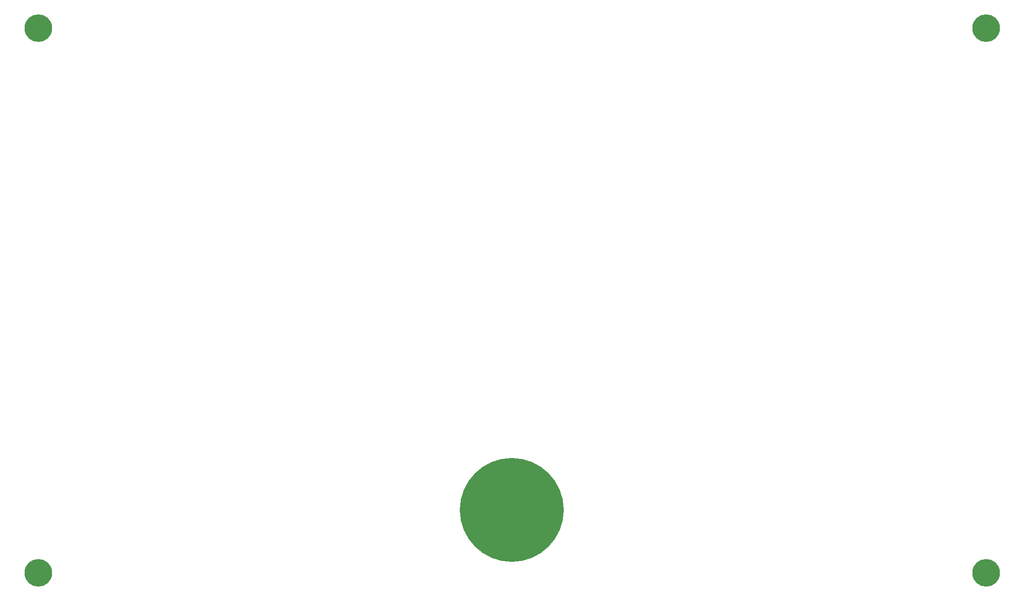
<source format=gbr>
G04 #@! TF.GenerationSoftware,KiCad,Pcbnew,(5.1.5)-3*
G04 #@! TF.CreationDate,2020-05-22T15:31:26-05:00*
G04 #@! TF.ProjectId,Power_Board,506f7765-725f-4426-9f61-72642e6b6963,rev?*
G04 #@! TF.SameCoordinates,Original*
G04 #@! TF.FileFunction,Soldermask,Bot*
G04 #@! TF.FilePolarity,Negative*
%FSLAX46Y46*%
G04 Gerber Fmt 4.6, Leading zero omitted, Abs format (unit mm)*
G04 Created by KiCad (PCBNEW (5.1.5)-3) date 2020-05-22 15:31:26*
%MOMM*%
%LPD*%
G04 APERTURE LIST*
%ADD10C,20.000000*%
%ADD11C,1.100000*%
%ADD12C,5.300000*%
G04 APERTURE END LIST*
D10*
X149089599Y-134502000D03*
D11*
X149089599Y-127002000D03*
X154392899Y-129198700D03*
X156589599Y-134502000D03*
X154392899Y-139805300D03*
X149089599Y-142002000D03*
X143786299Y-139805300D03*
X141589599Y-134502000D03*
X143786299Y-129198700D03*
D12*
X240239600Y-146582801D03*
X240239600Y-41732799D03*
X58039598Y-146582801D03*
X58039598Y-41732799D03*
M02*

</source>
